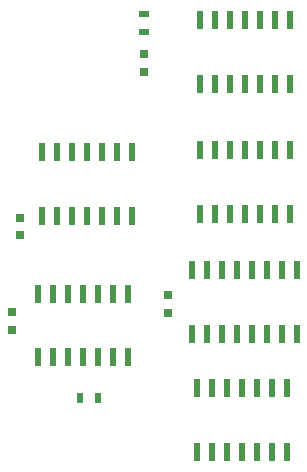
<source format=gbr>
G04 #@! TF.FileFunction,Paste,Bot*
%FSLAX46Y46*%
G04 Gerber Fmt 4.6, Leading zero omitted, Abs format (unit mm)*
G04 Created by KiCad (PCBNEW 4.0.7) date 07/31/18 16:17:15*
%MOMM*%
%LPD*%
G01*
G04 APERTURE LIST*
%ADD10C,0.100000*%
%ADD11R,0.750000X0.800000*%
%ADD12R,0.500000X0.900000*%
%ADD13R,0.900000X0.500000*%
%ADD14R,0.600000X1.500000*%
G04 APERTURE END LIST*
D10*
D11*
X79298800Y-60846400D03*
X79298800Y-59346400D03*
X78567280Y-67311840D03*
X78567280Y-68811840D03*
X89789000Y-46978000D03*
X89789000Y-45478000D03*
D12*
X84327300Y-74599800D03*
X85827300Y-74599800D03*
D13*
X89789000Y-43599800D03*
X89789000Y-42099800D03*
D14*
X94513400Y-42603440D03*
X95783400Y-42603440D03*
X97053400Y-42603440D03*
X98323400Y-42603440D03*
X99593400Y-42603440D03*
X100863400Y-42603440D03*
X102133400Y-42603440D03*
X102133400Y-48003440D03*
X100863400Y-48003440D03*
X99593400Y-48003440D03*
X98323400Y-48003440D03*
X97053400Y-48003440D03*
X95783400Y-48003440D03*
X94513400Y-48003440D03*
X80772000Y-65765700D03*
X82042000Y-65765700D03*
X83312000Y-65765700D03*
X84582000Y-65765700D03*
X85852000Y-65765700D03*
X87122000Y-65765700D03*
X88392000Y-65765700D03*
X88392000Y-71165700D03*
X87122000Y-71165700D03*
X85852000Y-71165700D03*
X84582000Y-71165700D03*
X83312000Y-71165700D03*
X82042000Y-71165700D03*
X80772000Y-71165700D03*
X101879400Y-79171780D03*
X100609400Y-79171780D03*
X99339400Y-79171780D03*
X98069400Y-79171780D03*
X96799400Y-79171780D03*
X95529400Y-79171780D03*
X94259400Y-79171780D03*
X94259400Y-73771780D03*
X95529400Y-73771780D03*
X96799400Y-73771780D03*
X98069400Y-73771780D03*
X99339400Y-73771780D03*
X100609400Y-73771780D03*
X101879400Y-73771780D03*
D11*
X91754960Y-67414840D03*
X91754960Y-65914840D03*
D14*
X102682040Y-69197200D03*
X101412040Y-69197200D03*
X100142040Y-69197200D03*
X98872040Y-69197200D03*
X97602040Y-69197200D03*
X96332040Y-69197200D03*
X95062040Y-69197200D03*
X93792040Y-69197200D03*
X93792040Y-63797200D03*
X95062040Y-63797200D03*
X96332040Y-63797200D03*
X97602040Y-63797200D03*
X98872040Y-63797200D03*
X100142040Y-63797200D03*
X101412040Y-63797200D03*
X102682040Y-63797200D03*
X81168240Y-53789600D03*
X82438240Y-53789600D03*
X83708240Y-53789600D03*
X84978240Y-53789600D03*
X86248240Y-53789600D03*
X87518240Y-53789600D03*
X88788240Y-53789600D03*
X88788240Y-59189600D03*
X87518240Y-59189600D03*
X86248240Y-59189600D03*
X84978240Y-59189600D03*
X83708240Y-59189600D03*
X82438240Y-59189600D03*
X81168240Y-59189600D03*
X102108000Y-59049900D03*
X100838000Y-59049900D03*
X99568000Y-59049900D03*
X98298000Y-59049900D03*
X97028000Y-59049900D03*
X95758000Y-59049900D03*
X94488000Y-59049900D03*
X94488000Y-53649900D03*
X95758000Y-53649900D03*
X97028000Y-53649900D03*
X98298000Y-53649900D03*
X99568000Y-53649900D03*
X100838000Y-53649900D03*
X102108000Y-53649900D03*
M02*

</source>
